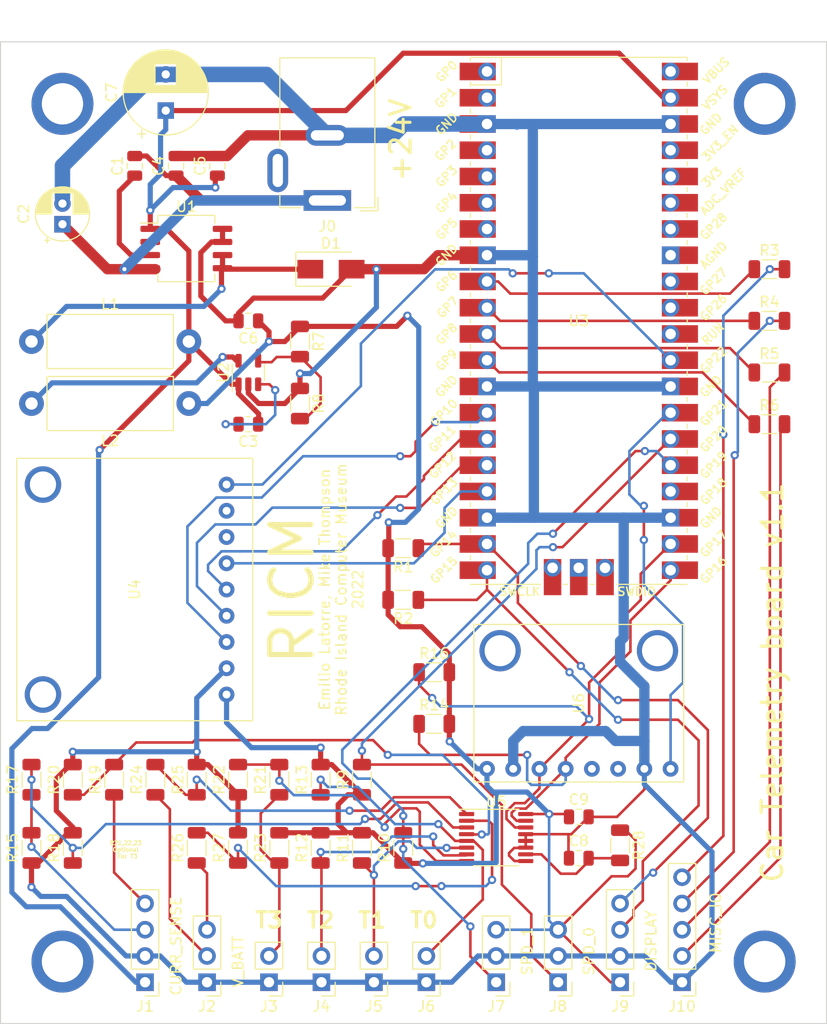
<source format=kicad_pcb>
(kicad_pcb (version 20211014) (generator pcbnew)
  (layers (0 "F.Cu" signal) (31 "B.Cu" signal) (34 "B.Paste" user) (35 "F.Paste" user) (36 "B.SilkS" user "B.Silkscreen") (37 "F.SilkS" user "F.Silkscreen") (38 "B.Mask" user) (39 "F.Mask" user) (44 "Edge.Cuts" user))
  (net 0 "")
  (net 1 "Net-(C1-Pad2)")
  (net 2 "GND")
  (net 3 "I2C_SCL")
  (net 4 "+5V")
  (net 5 "THERM_1")
  (net 6 "THERM_2")
  (net 7 "THERM_0")
  (net 8 "Net-(J3-Pad2)")
  (net 9 "I2C_SDA")
  (net 10 "Net-(R17-Pad2)")
  (net 11 "Net-(R7-Pad2)")
  (net 12 "SPD_0")
  (net 13 "SPD_1")
  (net 14 "Net-(J10-Pad2)")
  (net 15 "+3V3")
  (net 16 "Net-(R19-Pad2)")
  (net 17 "Net-(R24-Pad2)")
  (net 18 "Net-(R3-Pad1)")
  (net 19 "SPI_SCK")
  (net 20 "SPI_TX")
  (net 21 "SPI_RX")
  (net 22 "Net-(C8-Pad2)")
  (net 23 "I2C1_SCL")
  (net 24 "Net-(L2-Pad1)")
  (net 25 "THERM_3")
  (net 26 "SD_DET")
  (net 27 "ACC_INT")
  (net 28 "Net-(R4-Pad1)")
  (net 33 "SD_CS")
  (net 46 "I2C1_SDA")
  (net 47 "Net-(C1-Pad1)")
  (net 48 "Net-(C3-Pad2)")
  (net 52 "Net-(R26-Pad2)")
  (net 58 "Net-(R5-Pad1)")
  (net 59 "Net-(R6-Pad1)")
  (net 60 "Net-(D1-Pad1)")
  (net 61 "Net-(J1-Pad3)")
  (net 62 "Net-(J1-Pad4)")
  (net 63 "Net-(J2-Pad2)")
  (net 64 "Net-(J2-Pad3)")
  (net 65 "Net-(J10-Pad3)")
  (net 66 "Net-(J10-Pad4)")
  (net 67 "Net-(J10-Pad5)")
  (footprint "Resistor_SMD:R_1206_3216Metric" (layer "F.Cu") (at 86.4625 34)
    (fp_text reference "R3")
    (fp_text value "10k")
  )
  (footprint "Resistor_SMD:R_1206_3216Metric" (layer "F.Cu") (at 86.4625 39)
    (fp_text reference "R4")
    (fp_text value "10k")
  )
  (footprint "Resistor_SMD:R_1206_3216Metric" (layer "F.Cu") (at 23 83.4 90)
    (fp_text reference "R19")
    (fp_text value "10k")
  )
  (footprint "Resistor_SMD:R_1206_3216Metric" (layer "F.Cu") (at 19 83.4 90)
    (fp_text reference "R20")
    (fp_text value "10k")
  )
  (footprint "Package_SO:TSSOP-16_4.4x5mm_P0.65mm" (layer "F.Cu") (at 60 89)
    (fp_text reference "U5")
    (fp_text value "ADS7830")
  )
  (footprint "Capacitor_SMD:C_0805_2012Metric" (layer "F.Cu") (at 25 24 90)
    (fp_text reference "C1")
    (fp_text value "10uf")
  )
  (footprint "Resistor_SMD:R_1206_3216Metric" (layer "F.Cu") (at 43 83.4 90)
    (fp_text reference "R13")
    (fp_text value "10k")
  )
  (footprint "Resistor_SMD:R_1206_3216Metric" (layer "F.Cu") (at 86.4625 49)
    (fp_text reference "R6")
    (fp_text value "10k")
  )
  (footprint "Resistor_SMD:R_1206_3216Metric" (layer "F.Cu") (at 47 83.4 90)
    (fp_text reference "R9")
    (fp_text value "10k")
  )
  (footprint "Resistor_SMD:R_1206_3216Metric" (layer "F.Cu") (at 19 90 90)
    (fp_text reference "R18")
    (fp_text value "10k")
  )
  (footprint "Connector_PinHeader_2.54mm:PinHeader_1x02_P2.54mm_Vertical" (layer "F.Cu") (at 38 103 180)
    (fp_text reference "J3")
    (fp_text value "Conn_01x02_Female")
  )
  (footprint "Connector_PinHeader_2.54mm:PinHeader_1x03_P2.54mm_Vertical" (layer "F.Cu") (at 60 103 180)
    (fp_text reference "J7")
    (fp_text value "Conn_01x03_Female")
  )
  (footprint "Module:RPi_Pico_SMD_TH" (layer "F.Cu") (at 68 39)
    (fp_text reference "U3")
    (fp_text value "Pico")
  )
  (footprint "Resistor_SMD:R_1206_3216Metric" (layer "F.Cu") (at 86.4625 44)
    (fp_text reference "R5")
    (fp_text value "10k")
  )
  (footprint "Inductor_THT:L_Axial_L12.0mm_D5.0mm_P15.24mm_Horizontal_Fastron_MISC" (layer "F.Cu") (at 15 41)
    (fp_text reference "L1")
    (fp_text value "47uh")
  )
  (footprint "Capacitor_SMD:C_0805_2012Metric" (layer "F.Cu") (at 68 87)
    (fp_text reference "C9")
    (fp_text value "10uf")
  )
  (footprint "Connector_PinHeader_2.54mm:PinHeader_1x04_P2.54mm_Vertical" (layer "F.Cu") (at 26 103 180)
    (fp_text reference "J1")
    (fp_text value "Conn_01x04_Female")
  )
  (footprint "Resistor_SMD:R_1206_3216Metric" (layer "F.Cu") (at 15 83.4 90)
    (fp_text reference "R17")
    (fp_text value "10k")
  )
  (footprint "Inductor_THT:L_Axial_L12.0mm_D5.0mm_P15.24mm_Horizontal_Fastron_MISC" (layer "F.Cu") (at 15 47)
    (fp_text reference "L2")
    (fp_text value "47uh")
  )
  (footprint "Resistor_SMD:R_1206_3216Metric" (layer "F.Cu") (at 31 83.4 90)
    (fp_text reference "R25")
    (fp_text value "10k")
  )
  (footprint "Connector_PinHeader_2.54mm:PinHeader_1x03_P2.54mm_Vertical" (layer "F.Cu") (at 66 103 180)
    (fp_text reference "J8")
    (fp_text value "Conn_01x03_Female")
  )
  (footprint "Resistor_SMD:R_1206_3216Metric" (layer "F.Cu") (at 51 61 180)
    (fp_text reference "R1")
    (fp_text value "4.7k")
  )
  (footprint "Connector_PinHeader_2.54mm:PinHeader_1x02_P2.54mm_Vertical" (layer "F.Cu") (at 53.24 103 180)
    (fp_text reference "J6")
    (fp_text value "Conn_01x02_Female")
  )
  (footprint "Resistor_SMD:R_1206_3216Metric" (layer "F.Cu") (at 72 89.75 -90)
    (fp_text reference "R28")
    (fp_text value "10k")
  )
  (footprint "Resistor_SMD:R_1206_3216Metric" (layer "F.Cu") (at 15 90 90)
    (fp_text reference "R15")
    (fp_text value "10k")
  )
  (footprint "Connector_PinHeader_2.54mm:PinHeader_1x05_P2.54mm_Vertical" (layer "F.Cu") (at 78 103 180)
    (fp_text reference "J10")
    (fp_text value "Conn_01x05_Female")
  )
  (footprint "Capacitor_THT:CP_Radial_D5.0mm_P2.00mm" (layer "F.Cu") (at 18 29.652651 90)
    (fp_text reference "C2")
    (fp_text value "47uf")
  )
  (footprint "Resistor_SMD:R_1206_3216Metric" (layer "F.Cu") (at 31 90 90)
    (fp_text reference "R26")
    (fp_text value "68k")
  )
  (footprint "Resistor_SMD:R_1206_3216Metric" (layer "F.Cu") (at 47 90 90)
    (fp_text reference "R11")
    (fp_text value "10k")
  )
  (footprint "Connector_PinHeader_2.54mm:PinHeader_1x02_P2.54mm_Vertical" (layer "F.Cu") (at 48.16 103 180)
    (fp_text reference "J5")
    (fp_text value "Conn_01x02_Female")
  )
  (footprint "Resistor_SMD:R_1206_3216Metric" (layer "F.Cu") (at 43 90 90)
    (fp_text reference "R12")
    (fp_text value "10k")
  )
  (footprint "Connector_PinHeader_2.54mm:PinHeader_1x03_P2.54mm_Vertical" (layer "F.Cu") (at 32 103 180)
    (fp_text reference "J2")
    (fp_text value "Conn_01x02_Female")
  )
  (footprint "Capacitor_SMD:C_0805_2012Metric" (layer "F.Cu") (at 33 24 90)
    (fp_text reference "C5")
    (fp_text value "10uf")
  )
  (footprint "Capacitor_SMD:C_0805_2012Metric" (layer "F.Cu") (at 29 24 90)
    (fp_text reference "C4")
    (fp_text value "10uf")
  )
  (footprint "Resistor_SMD:R_1206_3216Metric" (layer "F.Cu") (at 51 90 90)
    (fp_text reference "R10")
    (fp_text value "10k")
  )
  (footprint "Connector_PinHeader_2.54mm:PinHeader_1x04_P2.54mm_Vertical" (layer "F.Cu") (at 72 103 180)
    (fp_text reference "J9")
    (fp_text value "Conn_01x04_Female")
  )
  (footprint "Package_SO:SO-8_5.3x6.2mm_P1.27mm" (layer "F.Cu") (at 30 32)
    (fp_text reference "U1")
    (fp_text value "XL2001E1")
  )
  (footprint "Capacitor_SMD:C_0805_2012Metric" (layer "F.Cu") (at 36 49 180)
    (fp_text reference "C3")
    (fp_text value "10uf")
  )
  (footprint "Package_TO_SOT_SMD:SOT-23-5" (layer "F.Cu") (at 36 44 90)
    (fp_text reference "U2")
    (fp_text value "MT92165")
  )
  (footprint "Connector_BarrelJack:BarrelJack_GCT_DCJ200-10-A_Horizontal" (layer "F.Cu") (at 43.65 27.35 180)
    (fp_text reference "J0")
    (fp_text value "Jack-DC")
  )
  (footprint "Diode_SMD:D_SMA" (layer "F.Cu") (at 44 34)
    (fp_text reference "D1")
    (fp_text value "D_Schottky")
  )
  (footprint "Resistor_SMD:R_1206_3216Metric" (layer "F.Cu") (at 41 47 -90)
    (fp_text reference "R8")
    (fp_text value "10k")
  )
  (footprint "Resistor_SMD:R_1206_3216Metric" (layer "F.Cu") (at 35 90 90)
    (fp_text reference "R27")
    (fp_text value "10k")
  )
  (footprint "Module:MPU_6050_module" (layer "F.Cu") (at 68 76 90)
    (fp_text reference "U6")
    (fp_text value "MPU_6050_module")
  )
  (footprint "Resistor_SMD:R_1206_3216Metric" (layer "F.Cu") (at 54 73)
    (fp_text reference "R16")
    (fp_text value "4.7k")
  )
  (footprint "Module:Adafruit_MicroSD_breakout" (layer "F.Cu") (at 25 65 90)
    (fp_text reference "U4")
    (fp_text value "Adafruit_MicroSD_SPI_SDIO")
  )
  (footprint "Resistor_SMD:R_1206_3216Metric" (layer "F.Cu") (at 51 66 180)
    (fp_text reference "R2")
    (fp_text value "4.7k")
  )
  (footprint "Connector_PinHeader_2.54mm:PinHeader_1x02_P2.54mm_Vertical" (layer "F.Cu") (at 43.08 103 180)
    (fp_text reference "J4")
    (fp_text value "Conn_01x02_Female")
  )
  (footprint "Resistor_SMD:R_1206_3216Metric" (layer "F.Cu") (at 27 83.4 90)
    (fp_text reference "R24")
    (fp_text value "30k")
  )
  (footprint "Resistor_SMD:R_1206_3216Metric" (layer "F.Cu") (at 39 90 90)
    (fp_text reference "R23")
    (fp_text value "10k")
  )
  (footprint "Resistor_SMD:R_1206_3216Metric" (layer "F.Cu") (at 54 78)
    (fp_text reference "R14")
    (fp_text value "4.7k")
  )
  (footprint "Capacitor_SMD:C_0805_2012Metric" (layer "F.Cu") (at 36 39 180)
    (fp_text reference "C6")
    (fp_text value "10uf")
  )
  (footprint "Capacitor_THT:CP_Radial_D8.0mm_P3.50mm" (layer "F.Cu") (at 28 18.652651 90)
    (fp_text reference "C7")
    (fp_text value "100uf")
  )
  (footprint "Capacitor_SMD:C_0805_2012Metric" (layer "F.Cu") (at 68 91)
    (fp_text reference "C8")
    (fp_text value "0.1uf")
  )
  (footprint "Resistor_SMD:R_1206_3216Metric" (layer "F.Cu") (at 39 83.4 90)
    (fp_text reference "R21")
    (fp_text value "10k")
  )
  (footprint "Resistor_SMD:R_1206_3216Metric" (layer "F.Cu") (at 35 83.4 90)
    (fp_text reference "R22")
    (fp_text value "10k")
  )
  (footprint "Resistor_SMD:R_1206_3216Metric" (layer "F.Cu") (at 41 41 -90)
    (fp_text reference "R7")
    (fp_text value "47k")
  )
  (gr_rect (start 12 12) (end 92 107) (layer "Edge.Cuts") (width 0.1) (fill none))
  (gr_text "DISPLAY" (at 75 99 90) (layer "F.SilkS") (effects (font (size 1 1))))
  (gr_text "T0" (at 53 97) (layer "F.SilkS") (effects (font (size 1.5 1.5) (thickness 0.3))))
  (gr_text "Car Telemetry board v1.1" (at 86.75 74 90) (layer "F.SilkS") (effects (font (size 2 2) (thickness 0.3))))
  (gr_text "V_BATT" (at 35 101 90) (layer "F.SilkS") (effects (font (size 1 1))))
  (gr_text "Emilio Latorre, Mike Thompson\nRhode Island Computer Museum\n2022" (at 45 65 90) (layer "F.SilkS") (effects (font (size 1 1))))
  (gr_text "+24V" (at 50.75 21.5 90) (layer "F.SilkS") (effects (font (size 2 2) (thickness 0.3))))
  (gr_text "T3\n" (at 38 97) (layer "F.SilkS") (effects (font (size 1.5 1.5) (thickness 0.3))))
  (gr_text "RICM" (at 40.25 65 90) (layer "F.SilkS") (effects (font (size 4 4) (thickness 0.5))))
  (gr_text "R21,22,23\nOptional\n For T3" (at 24.13 90.17) (layer "F.SilkS") (effects (font (size 0.4 0.4) (thickness 0.1))))
  (gr_text "T1\n" (at 48 97) (layer "F.SilkS") (effects (font (size 1.5 1.5) (thickness 0.3))))
  (gr_text "SPD_0" (at 69 100 90) (layer "F.SilkS") (effects (font (size 1 1))))
  (gr_text "MISC_IO" (at 81.25 97.25 90) (layer "F.SilkS") (effects (font (size 1 1))))
  (gr_text "SPD_1" (at 63 100 90) (layer "F.SilkS") (effects (font (size 1 1))))
  (gr_text "CURR_SENSE" (at 29 99.5 90) (layer "F.SilkS") (effects (font (size 1 1))))
  (gr_text "T2\n" (at 43 97) (layer "F.SilkS") (effects (font (size 1.5 1.5) (thickness 0.3))))
  (via (at 86 18) (size 6) (drill 4) (layers "F.Cu" "B.Cu") (net 0))
  (via (at 86 101) (size 6) (drill 4) (layers "F.Cu" "B.Cu") (net 0))
  (via (at 18 18) (size 6) (drill 4) (layers "F.Cu" "B.Cu") (net 0))
  (via (at 18 101) (size 6) (drill 4) (layers "F.Cu" "B.Cu") (net 0))
  (segment (start 24 34) (end 27 34) (width 1) (layer "F.Cu") (net 1))
  (segment (start 31.4 27.35) (end 29 24.95) (width 1) (layer "F.Cu") (net 1))
  (segment (start 43.65 27.35) (end 31.4 27.35) (width 1) (layer "F.Cu") (net 1))
  (segment (start 22.347349 34) (end 24 34) (width 1) (layer "F.Cu") (net 1))
  (segment (start 25 23.05) (end 26.15 23.05) (width 0.5) (layer "F.Cu") (net 1))
  (segment (start 18 29.652651) (end 22.347349 34) (width 1) (layer "F.Cu") (net 1))
  (segment (start 28.05 24.95) (end 29 24.95) (width 0.5) (layer "F.Cu") (net 1))
  (segment (start 26.15 23.05) (end 28.05 24.95) (width 0.5) (layer "F.Cu") (net 1))
  (via (at 24 34) (size 0.8) (drill 0.4) (layers "F.Cu" "B.Cu") (net 1))
  (segment (start 24 34) (end 30.65 27.35) (width 1) (layer "B.Cu") (net 1))
  (segment (start 30.65 27.35) (end 43.65 27.35) (width 1) (layer "B.Cu") (net 1))
  (segment (start 62.8625 91.275) (end 61.775 91.275) (width 0.25) (layer "F.Cu") (net 2))
  (segment (start 19 81.9375) (end 19 80.7) (width 0.5) (layer "F.Cu") (net 2))
  (segment (start 17.4 83.3) (end 18.7625 81.9375) (width 0.5) (layer "F.Cu") (net 2))
  (segment (start 35.05 38.25) (end 35.05 39) (width 0.5) (layer "F.Cu") (net 2))
  (segment (start 67.275 88.675) (end 68.95 87) (width 0.25) (layer "F.Cu") (net 2))
  (segment (start 43.2 36.8) (end 36.5 36.8) (width 0.5) (layer "F.Cu") (net 2))
  (segment (start 31 80.7) (end 31 81.9375) (width 0.5) (layer "F.Cu") (net 2))
  (segment (start 36.5 36.8) (end 35.05 38.25) (width 0.5) (layer "F.Cu") (net 2))
  (segment (start 53 34) (end 54.35 32.65) (width 1) (layer "F.Cu") (net 2))
  (segment (start 33.5 30.095) (end 33.5 31.365) (width 0.5) (layer "F.Cu") (net 2))
  (segment (start 48.4 34) (end 53 34) (width 1) (layer "F.Cu") (net 2))
  (segment (start 36 45.1375) (end 36 46) (width 0.5) (layer "F.Cu") (net 2))
  (segment (start 61.75 90) (end 63 90) (width 0.25) (layer "F.Cu") (net 2))
  (segment (start 71.7 87) (end 74.35 84.35) (width 0.25) (layer "F.Cu") (net 2))
  (segment (start 35 84.8625) (end 35 88.5375) (width 0.5) (layer "F.Cu") (net 2))
  (segment (start 19 88) (end 17.4 86.4) (width 0.5) (layer "F.Cu") (net 2))
  (segment (start 41 45.5375) (end 41 44.1) (width 0.5) (layer "F.Cu") (net 2))
  (segment (start 61.25 90.75) (end 61.25 90.5) (width 0.25) (layer "F.Cu") (net 2))
  (segment (start 46 34) (end 48.4 34) (width 1) (layer "F.Cu") (net 2))
  (segment (start 33.8 39) (end 35.05 39) (width 0.5) (layer "F.Cu") (net 2))
  (segment (start 61.25 90.5) (end 61.75 90) (width 0.25) (layer "F.Cu") (net 2))
  (segment (start 54.35 32.65) (end 59.11 32.65) (width 1) (layer "F.Cu") (net 2))
  (segment (start 31.4 36.6) (end 33.8 39) (width 0.5) (layer "F.Cu") (net 2))
  (segment (start 66.675 90.625) (end 67.05 91) (width 0.25) (layer "F.Cu") (net 2))
  (segment (start 31 81.9375) (end 32.075 81.9375) (width 0.5) (layer "F.Cu") (net 2))
  (segment (start 17.4 86.4) (end 17.4 83.3) (width 0.5) (layer "F.Cu") (net 2))
  (segment (start 62.8625 88.675) (end 66.925 88.675) (width 0.25) (layer "F.Cu") (net 2))
  (segment (start 32.435 31.365) (end 31.4 32.4) (width 0.5) (layer "F.Cu") (net 2))
  (segment (start 33 23.05) (end 33.95 23.05) (width 1) (layer "F.Cu") (net 2))
  (segment (start 31.4 32.4) (end 31.4 36.6) (width 0.5) (layer "F.Cu") (net 2))
  (segment (start 74.35 84.35) (end 74.35 82.35) (width 0.25) (layer "F.Cu") (net 2))
  (segment (start 32.075 81.9375) (end 35 84.8625) (width 0.5) (layer "F.Cu") (net 2))
  (segment (start 33 23.05) (end 29 23.05) (width 1) (layer "F.Cu") (net 2))
  (segment (start 66.925 88.675) (end 67 88.75) (width 0.25) (layer "F.Cu") (net 2))
  (segment (start 36 46) (end 37 47) (width 0.5) (layer "F.Cu") (net 2))
  (segment (start 18.5625 88.5375) (end 19 88.5375) (width 0.5) (layer "F.Cu") (net 2))
  (segment (start 46 34) (end 43.2 36.8) (width 0.5) (layer "F.Cu") (net 2))
  (segment (start 19 88.5375) (end 19 88) (width 0.5) (layer "F.Cu") (net 2))
  (segment (start 68.95 87) (end 71.7 87) (width 0.25) (layer "F.Cu") (net 2))
  (segment (start 15 91.4625) (end 15.6375 91.4625) (width 0.5) (layer "F.Cu") (net 2))
  (segment (start 39.5375 47) (end 41 45.5375) (width 0.5) (layer "F.Cu") (net 2))
  (segment (start 67 88.75) (end 67 90.75) (width 0.25) (layer "F.Cu") (net 2))
  (segment (start 37 47) (end 39.5375 47) (width 0.5) (layer "F.Cu") (net 2))
  (segment (start 33.95 23.05) (end 35.95 21.05) (width 1) (layer "F.Cu") (net 2))
  (segment (start 15.6375 91.4625) (end 18.5625 88.5375) (width 0.5) (layer "F.Cu") (net 2))
  (segment (start 66.925 88.675) (end 67.275 88.675) (width 0.25) (layer "F.Cu") (net 2))
  (segment (start 62.8625 89.325) (end 62.8625 89.975) (width 0.25) (layer "F.Cu") (net 2))
  (segment (start 33.5 31.365) (end 32.435 31.365) (width 0.5) (layer "F.Cu") (net 2))
  (segment (start 62.8625 88.675) (end 62.8625 89.325) (width 0.25) (layer "F.Cu") (net 2))
  (segment (start 18.7625 81.9375) (end 19 81.9375) (width 0.5) (layer "F.Cu") (net 2))
  (segment (start 61.775 91.275) (end 61.25 90.75) (width 0.25) (layer "F.Cu") (net 2))
  (segment (start 15 93.8) (end 15 91.4625) (width 0.5) (layer "F.Cu") (net 2))
  (segment (start 35.95 21.05) (end 43.65 21.05) (width 1) (layer "F.Cu") (net 2))
  (via (at 19 80.7) (size 0.8) (drill 0.4) (layers "F.Cu" "B.Cu") (net 2))
  (via (at 31 80.7) (size 0.8) (drill 0.4) (layers "F.Cu" "B.Cu") (net 2))
  (via (at 15 93.8) (size 0.8) (drill 0.4) (layers "F.Cu" "B.Cu") (net 2))
  (via (at 41 44.1) (size 0.8) (drill 0.4) (layers "F.Cu" "B.Cu") (net 2))
  (via (at 48.4 34) (size 0.8) (drill 0.4) (layers "F.Cu" "B.Cu") (net 2))
  (segment (start 60 100.46) (end 58.24 100.46) (width 0.5) (layer "B.Cu") (net 2))
  (segment (start 63.55 32.75) (end 63.55 45.25) (width 1) (layer "B.Cu") (net 2))
  (segment (start 74.36 100.46) (end 72 100.46) (width 0.5) (layer "B.Cu") (net 2))
  (segment (start 16.9 94.7) (end 15.9 94.7) (width 0.5) (layer "B.Cu") (net 2))
  (segment (start 26.847349 15.152651) (end 28 15.152651) (width 1.5) (layer "B.Cu") (net 2))
  (segment (start 73.95 58.05) (end 76.89 58.05) (width 1) (layer "B.Cu") (net 2))
  (segment (start 61.65 82.35) (end 61.65 79.65) (width 1) (layer "B.Cu") (net 2))
  (segment (start 60 100.46) (end 66 100.46) (width 0.5) (layer "B.Cu") (net 2))
  (segment (start 74.35 83.85) (end 80.9 90.4) (width 0.5) (layer "B.Cu") (net 2))
  (segment (start 62.05 58.05) (end 63.65 58.05) (width 1) (layer "B.Cu") (net 2))
  (segment (start 62 20) (end 62.05 19.95) (width 1) (layer "B.Cu") (net 2))
  (segment (start 43.08 103) (end 48.16 103) (width 0.5) (layer "B.Cu") (net 2))
  (segment (start 71.55 79.65) (end 74.35 79.65) (width 1) (layer "B.Cu") (net 2))
  (segment (start 63.65 45.35) (end 63.65 58.05) (width 1) (layer "B.Cu") (net 2))
  (segment (start 21.2 97.5) (end 18.4 94.7) (width 0.5) (layer "B.Cu") (net 2))
  (segment (start 59.11 45.35) (end 62.35 45.35) (width 1) (layer "B.Cu") (net 2))
  (segment (start 37.752651 15.152651) (end 43.65 21.05) (width 1.5) (layer "B.Cu") (net 2))
  (segment (start 59.11 58.05) (end 60.95 58.05) (width 1) (layer "B.Cu") (net 2))
  (segment (start 28 15.152651) (end 37.752651 15.152651) (width 1.5) (layer "B.Cu") (net 2))
  (segment (start 62 20) (end 61.95 19.95) (width 1) (layer "B.Cu") (net 2))
  (segment (start 19 80.7) (end 31 80.7) (width 0.5) (layer "B.Cu") (net 2))
  (segment (start 74.35 79.65) (end 74.35 82.35) (width 1) (layer "B.Cu") (net 2))
  (segment (start 72.35 58.05) (end 73.95 58.05) (width 1) (layer "B.Cu") (net 2))
  (segment (start 48.4 37.7) (end 48.4 34) (width 0.5) (layer "B.Cu") (net 2))
  (segment (start 18 26.152651) (end 18 24) (width 1.5) (layer "B.Cu") (net 2))
  (segment (start 61.65 79.65) (end 62.600489 78.699511) (width 1) (layer "B.Cu") (net 2))
  (segment (start 43.65 21.05) (end 49.95 21.05) (width 1.5) (layer "B.Cu") (net 2))
  (segment (start 30 103) (end 32 103) (width 0.5) (layer "B.Cu") (net 2))
  (segment (start 63.55 19.95) (end 63.55 32.75) (width 1) (layer "B.Cu") (net 2))
  (segment (start 80.9 90.4) (end 80.9 100.1) (width 0.5) (layer "B.Cu") (net 2))
  (segment (start 80.9 100.1) (end 78 103) (width 0.5) (layer "B.Cu") (net 2))
  (segment (start 27.46 100.46) (end 30 103) (width 0.5) (layer "B.Cu") (net 2))
  (segment (start 18 24) (end 26.847349 15.152651) (width 1.5) (layer "B.Cu") (net 2))
  (segment (start 63.55 45.25) (end 63.65 45.35) (width 1) (layer "B.Cu") (net 2))
  (segment (start 62.05 19.95) (end 63.55 19.95) (width 1) (layer "B.Cu") (net 2))
  (segment (start 72.35 69.65) (end 72 70) (width 1) (layer "B.Cu") (net 2))
  (segment (start 72 70) (end 72 72) (width 1) (layer "B.Cu") (net 2))
  (segment (start 70.599511 78.699511) (end 71.55 79.65) (width 1) (layer "B.Cu") (net 2))
  (segment (start 66 100.46) (end 72 100.46) (width 0.5) (layer "B.Cu") (net 2))
  (segment (start 76.9 103) (end 74.36 100.46) (width 0.5) (layer "B.Cu") (net 2))
  (segment (start 32 103) (end 38 103) (width 0.5) (layer "B.Cu") (net 2))
  (segment (start 31 75.51) (end 33.89 72.62) (width 0.5) (layer "B.Cu") (net 2))
  (segment (start 49.95 21.05) (end 51.05 19.95) (width 1.5) (layer "B.Cu") (net 2))
  (segment (start 63.65 45.35) (end 76.89 45.35) (width 1) (layer "B.Cu") (net 2))
  (segment (start 26 100.46) (end 27.46 100.46) (width 0.5) (layer "B.Cu") (net 2))
  (segment (start 42 44.1) (end 48.4 37.7) (width 0.5) (layer "B.Cu") (net 2))
  (segment (start 58.24 100.46) (end 55.7 103) (width 0.5) (layer "B.Cu") (net 2))
  (segment (start 60.95 58.05) (end 62.05 58.05) (width 1) (layer "B.Cu") (net 2))
  (segment (start 18.4 94.7) (end 16.9 94.7) (width 0.5) (layer "B.Cu") (net 2))
  (segment (start 51.05 19.95) (end 59.11 19.95) (width 1.5) (layer "B.Cu") (net 2))
  (segment (start 63.45 32.65) (end 63.55 32.75) (width 1) (layer "B.Cu") (net 2))
  (segment (start 62.600489 78.699511) (end 70.599511 78.699511) (width 1) (layer "B.Cu") (net 2))
  (segment (start 63.65 58.05) (end 72.35 58.05) (width 1) (layer "B.Cu") (net 2))
  (segment (start 18 26.152651) (end 18 27.085) (width 1.5) (layer "B.Cu") (net 2))
  (segment (start 41 44.1) (end 42 44.1) (width 0.5) (layer "B.Cu") (net 2))
  (segment (start 15.9 94.7) (end 15 93.8) (width 0.5) (layer "B.Cu") (net 2))
  (segment (start 26 100.46) (end 24.16 100.46) (width 0.5) (layer "B.Cu") (net 2))
  (segment (start 59.11 32.65) (end 63.45 32.65) (width 1) (layer "B.Cu") (net 2))
  (segment (start 78 103) (end 76.9 103) (width 0.5) (layer "B.Cu") (net 2))
  (segment (start 61.95 19.95) (end 59.11 19.95) (width 1) (layer "B.Cu") (net 2))
  (segment (start 31 80.7) (end 31 75.51) (width 0.5) (layer "B.Cu") (net 2))
  (segment (start 53.24 103) (end 48.16 103) (width 0.5) (layer "B.Cu") (net 2))
  (segment (start 74.35 82.35) (end 74.35 83.85) (width 0.5) (layer "B.Cu") (net 2))
  (segment (start 72 72) (end 74.35 74.35) (width 1) (layer "B.Cu") (net 2))
  (segment (start 24.16 100.46) (end 21.2 97.5) (width 0.5) (layer "B.Cu") (net 2))
  (segment (start 63.55 19.95) (end 76.89 19.95) (width 1) (layer "B.Cu") (net 2))
  (segment (start 62.35 45.35) (end 63.65 45.35) (width 1) (layer "B.Cu") (net 2))
  (segment (start 72.35 58.05) (end 72.35 69.65) (width 1) (layer "B.Cu") (net 2))
  (segment (start 38 103) (end 43.08 103) (width 0.5) (layer "B.Cu") (net 2))
  (segment (start 74.35 74.35) (end 74.35 79.65) (width 1) (layer "B.Cu") (net 2))
  (segment (start 55.7 103) (end 53.24 103) (width 0.5) (layer "B.Cu") (net 2))
  (segment (start 72 68) (end 74 66) (width 0.25) (layer "F.Cu") (net 3))
  (segment (start 61 87.2) (end 61.825 88.025) (width 0.25) (layer "F.Cu") (net 3))
  (segment (start 69 74) (end 72 71) (width 0.25) (layer "F.Cu") (net 3))
  (segment (start 64.19 84.254282) (end 62.772141 85.672141) (width 0.25) (layer "F.Cu") (net 3))
  (segment (start 62.772141 85.672141) (end 61.792141 85.672141) (width 0.25) (layer "F.Cu") (net 3))
  (segment (start 74 63.48) (end 76.89 60.59) (width 0.25) (layer "F.Cu") (net 3))
  (segment (start 69 77.54) (end 69 74) (width 0.25) (layer "F.Cu") (net 3))
  (segment (start 72 71) (end 72 68) (width 0.25) (layer "F.Cu") (net 3))
  (segment (start 64.19 82.35) (end 64.19 84.254282) (width 0.25) (layer "F.Cu") (net 3))
  (segment (start 52.5375 73) (end 52.5375 74.2375) (width 0.25) (layer "F.Cu") (net 3))
  (segment (start 64.19 82.35) (end 69 77.54) (width 0.25) (layer "F.Cu") (net 3))
  (segment (start 61.792141 85.672141) (end 61 86.464283) (width 0.25) (layer "F.Cu") (net 3))
  (segment (start 74 66) (end 74 63.48) (width 0.25) (layer "F.Cu") (net 3))
  (segment (start 52.5375 74.2375) (end 53.8 75.5) (width 0.25) (layer "F.Cu") (net 3))
  (segment (start 61.825 88.025) (end 62.8625 88.025) (width 0.25) (layer "F.Cu") (net 3))
  (segment (start 61 86.464283) (end 61 87.2) (width 0.25) (layer "F.Cu") (net 3))
  (via (at 69 77.54) (size 0.8) (drill 0.4) (layers "F.Cu" "B.Cu") (net 3))
  (via (at 53.8 75.5) (size 0.8) (drill 0.4) (layers "F.Cu" "B.Cu") (net 3))
  (segment (start 54.6 76.3) (end 67.76 76.3) (width 0.25) (layer "B.Cu") (net 3))
  (segment (start 53.8 75.5) (end 54.6 76.3) (width 0.25) (layer "B.Cu") (net 3))
  (segment (start 67.76 76.3) (end 69 77.54) (width 0.25) (layer "B.Cu") (net 3))
  (segment (start 35.05 45.1375) (end 35.05 46.05) (width 0.5) (layer "F.Cu") (net 4))
  (segment (start 30.24 32.24) (end 30.24 41) (width 0.5) (layer "F.Cu") (net 4))
  (segment (start 32.8 26.1) (end 32.8 25.15) (width 0.5) (layer "F.Cu") (net 4))
  (segment (start 30.24 41) (end 34.3775 45.1375) (width 0.5) (layer "F.Cu") (net 4))
  (segment (start 37 48.95) (end 36.95 49) (width 0.5) (layer "F.Cu") (net 4))
  (segment (start 30.24 42.86) (end 30.24 41) (width 0.5) (layer "F.Cu") (net 4))
  (segment (start 51 13.1) (end 71.9 13.1) (width 0.5) (layer "F.Cu") (net 4))
  (segment (start 32.8 25.15) (end 33 24.95) (width 0.5) (layer "F.Cu") (net 4))
  (segment (start 28 18.652651) (end 45.447349 18.652651) (width 0.5) (layer "F.Cu") (net 4))
  (segment (start 76.21 17.41) (end 76.89 17.41) (width 0.5) (layer "F.Cu") (net 4))
  (segment (start 45.447349 18.652651) (end 51 13.1) (width 0.5) (layer "F.Cu") (net 4))
  (segment (start 21.6 51.5) (end 30.24 42.86) (width 0.5) (layer "F.Cu") (net 4))
  (segment (start 71.9 13.1) (end 76.21 17.41) (width 0.5) (layer "F.Cu") (net 4))
  (segment (start 34.3775 45.1375) (end 35.05 45.1375) (width 0.5) (layer "F.Cu") (net 4))
  (segment (start 26.5 30.095) (end 28.095 30.095) (width 0.5) (layer "F.Cu") (net 4))
  (segment (start 28.095 30.095) (end 30.24 32.24) (width 0.5) (layer "F.Cu") (net 4))
  (segment (start 35.05 46.05) (end 37 48) (width 0.5) (layer "F.Cu") (net 4))
  (segment (start 26.5 30.095) (end 26.5 28.3) (width 0.5) (layer "F.Cu") (net 4))
  (segment (start 37 48) (end 37 48.95) (width 0.5) (layer "F.Cu") (net 4))
  (via (at 21.6 51.5) (size 0.8) (drill 0.4) (layers "F.Cu" "B.Cu") (net 4))
  (via (at 32.8 26.1) (size 0.8) (drill 0.4) (layers "F.Cu" "B.Cu") (net 4))
  (via (at 26.5 28.3) (size 0.8) (drill 0.4) (layers "F.Cu" "B.Cu") (net 4))
  (segment (start 26 103) (end 25.1 103) (width 0.5) (layer "B.Cu") (net 4))
  (segment (start 26.5 25.8) (end 27.5 24.8) (width 0.5) (layer "B.Cu") (net 4))
  (segment (start 25.1 103) (end 17.8 95.7) (width 0.5) (layer "B.Cu") (net 4))
  (segment (start 28.7 26.1) (end 32.8 26.1) (width 0.5) (layer "B.Cu") (net 4))
  (segment (start 28 20.5) (end 28 18.652651) (width 0.5) (layer "B.Cu") (net 4))
  (segment (start 27.5 21) (end 28 20.5) (width 0.5) (layer "B.Cu") (net 4))
  (segment (start 26.5 28.3) (end 28.7 26.1) (width 0.5) (layer "B.Cu") (net 4))
  (segment (start 17.8 95.7) (end 14.5 95.7) (width 0.5) (layer "B.Cu") (net 4))
  (segment (start 26.5 28.3) (end 26.5 25.8) (width 0.5) (layer "B.Cu") (net 4))
  (segment (start 13.1 94.3) (end 13.1 80.4) (width 0.5) (layer "B.Cu") (net 4))
  (segment (start 27.5 24.8) (end 27.5 21) (width 0.5) (layer "B.Cu") (net 4))
  (segment (start 21.5 51.6) (end 21.6 51.5) (width 0.5) (layer "B.Cu") (net 4))
  (segment (start 15.05 78.45) (end 16.55 78.45) (width 0.5) (layer "B.Cu") (net 4))
  (segment (start 13.1 80.4) (end 15.05 78.45) (width 0.5) (layer "B.Cu") (net 4))
  (segment (start 21.5 73.5) (end 21.5 51.6) (width 0.5) (layer "B.Cu") (net 4))
  (segment (start 14.5 95.7) (end 13.1 94.3) (width 0.5) (layer "B.Cu") (net 4))
  (segment (start 16.55 78.45) (end 21.5 73.5) (width 0.5) (layer "B.Cu") (net 4))
  (segment (start 48.16 100.46) (end 48.16 92.6225) (width 0.25) (layer "F.Cu") (net 5))
  (segment (start 48.16 92.6225) (end 47 91.4625) (width 0.25) (layer "F.Cu") (net 5))
  (segment (start 57.1125 90) (end 57.1375 89.975) (width 0.25) (layer "F.Cu") (net 5))
  (segment (start 55.2 90) (end 57.1125 90) (width 0.25) (layer "F.Cu") (net 5))
  (via (at 48.16 92.6225) (size 0.8) (drill 0.4) (layers "F.Cu" "B.Cu") (net 5))
  (via (at 55.2 90) (size 0.8) (drill 0.4) (layers "F.Cu" "B.Cu") (net 5))
  (segment (start 52.3 90) (end 55.2 90) (width 0.25) (layer "B.Cu") (net 5))
  (segment (start 48.16 91.74) (end 50.524511 89.375489) (width 0.25) (layer "B.Cu") (net 5))
  (segment (start 50.524511 89.375489) (end 51.675489 89.375489) (width 0.25) (layer "B.Cu") (net 5))
  (segment (start 48.16 92.6225) (end 48.16 91.74) (width 0.25) (layer "B.Cu") (net 5))
  (segment (start 51.675489 89.375489) (end 52.3 90) (width 0.25) (layer "B.Cu") (net 5))
  (segment (start 53.9 89.724614) (end 54.899897 90.724511) (width 0.25) (layer "F.Cu") (net 6))
  (segment (start 43.08 100.46) (end 43.08 91.5425) (width 0.25) (layer "F.Cu") (net 6))
  (segment (start 43 91.4625) (end 43 90.4) (width 0.25) (layer "F.Cu") (net 6))
  (segment (start 43.08 91.5425) (end 43 91.4625) (width 0.25) (layer "F.Cu") (net 6))
  (segment (start 54.899897 90.724511) (end 57.037989 90.724511) (width 0.25) (layer "F.Cu") (net 6))
  (segment (start 53.9 88.9) (end 53.9 89.724614) (width 0.25) (layer "F.Cu") (net 6))
  (segment (start 57.037989 90.724511) (end 57.1375 90.625) (width 0.25) (layer "F.Cu") (net 6))
  (via (at 53.9 88.9) (size 0.8) (drill 0.4) (layers "F.Cu" "B.Cu") (net 6))
  (via (at 43 90.4) (size 0.8) (drill 0.4) (layers "F.Cu" "B.Cu") (net 6))
  (segment (start 43 90.4) (end 48.4 90.4) (width 0.25) (layer "B.Cu") (net 6))
  (segment (start 49.9 88.9) (end 53.9 88.9) (width 0.25) (layer "B.Cu") (net 6))
  (segment (start 48.4 90.4) (end 49.9 88.9) (width 0.25) (layer "B.Cu") (net 6))
  (segment (start 53.24 100.46) (end 58.7 95) (width 0.25) (layer "F.Cu") (net 7))
  (segment (start 57.825361 89.325) (end 57.1375 89.325) (width 0.25) (layer "F.Cu") (net 7))
  (segment (start 56.025 89.325) (end 57.1375 89.325) (width 0.25) (layer "F.Cu") (net 7))
  (segment (start 58.7 90.199639) (end 57.825361 89.325) (width 0.25) (layer "F.Cu") (net 7))
  (segment (start 58.7 95) (end 58.7 90.199639) (width 0.25) (layer "F.Cu") (net 7))
  (segment (start 54.4 87.7) (end 56.025 89.325) (width 0.25) (layer "F.Cu") (net 7))
  (segment (start 43 84.8625) (end 43 83.4) (width 0.25) (layer "F.Cu") (net 7))
  (via (at 43 83.4) (size 0.8) (drill 0.4) (layers "F.Cu" "B.Cu") (net 7))
  (via (at 54.4 87.7) (size 0.8) (drill 0.4) (layers "F.Cu" "B.Cu") (net 7))
  (segment (start 50.2 87.7) (end 54.4 87.7) (width 0.25) (layer "B.Cu") (net 7))
  (segment (start 43 83.4) (end 43.7 84.1) (width 0.25) (layer "B.Cu") (net 7))
  (segment (start 46.6 84.1) (end 50.2 87.7) (width 0.25) (layer "B.Cu") (net 7))
  (segment (start 43.7 84.1) (end 46.6 84.1) (width 0.25) (layer "B.Cu") (net 7))
  (segment (start 38 100.46) (end 39 99.46) (width 0.25) (layer "F.Cu") (net 8))
  (segment (start 37.2 86.6625) (end 39 84.8625) (width 0.25) (layer "F.Cu") (net 8))
  (segment (start 39 99.46) (end 39 91.4625) (width 0.25) (layer "F.Cu") (net 8))
  (segment (start 37.2 90.2) (end 37.2 86.6625) (width 0.25) (layer "F.Cu") (net 8))
  (segment (start 38.4625 91.4625) (end 37.2 90.2) (width 0.25) (layer "F.Cu") (net 8))
  (segment (start 39 91.4625) (end 38.4625 91.4625) (width 0.25) (layer "F.Cu") (net 8))
  (segment (start 52.5375 78) (end 52.5375 79.9375) (width 0.25) (layer "F.Cu") (net 9))
  (segment (start 70 74) (end 73 71) (width 0.25) (layer "F.Cu") (net 9))
  (segment (start 62.88 86.2) (end 66.73 82.35) (width 0.25) (layer "F.Cu") (net 9))
  (segment (start 70 78) (end 70 74) (width 0.25) (layer "F.Cu") (net 9))
  (segment (start 61.5 86.6) (end 61.9 86.2) (width 0.25) (layer "F.Cu") (net 9))
  (segment (start 61.975 87.375) (end 61.5 86.9) (width 0.25) (layer "F.Cu") (net 9))
  (segment (start 66.73 82.35) (end 66.73 81.27) (width 0.25) (layer "F.Cu") (net 9))
  (segment (start 66.73 81.27) (end 70 78) (width 0.25) (layer "F.Cu") (net 9))
  (segment (start 61.9 86.2) (end 62.88 86.2) (width 0.25) (layer "F.Cu") (net 9))
  (segment (start 73 68) (end 76.89 64.11) (width 0.25) (layer "F.Cu") (net 9))
  (segment (start 53.6 81) (end 63 81) (width 0.25) (layer "F.Cu") (net 9))
  (segment (start 73 71) (end 73 68) (width 0.25) (layer "F.Cu") (net 9))
  (segment (start 52.5375 79.9375) (end 53.6 81) (width 0.25) (layer "F.Cu") (net 9))
  (segment (start 61.5 86.9) (end 61.5 86.6) (width 0.25) (layer "F.Cu") (net 9))
  (segment (start 76.89 64.11) (end 76.89 63.13) (width 0.25) (layer "F.Cu") (net 9))
  (segment (start 62.8625 87.375) (end 61.975 87.375) (width 0.25) (layer "F.Cu") (net 9))
  (via (at 63 81) (size 0.8) (drill 0.4) (layers "F.Cu" "B.Cu") (net 9))
  (segment (start 63 81) (end 63 83.5) (width 0.25) (layer "B.Cu") (net 9))
  (segment (start 63.4 83.9) (end 66.4 83.9) (width 0.25) (layer "B.Cu") (net 9))
  (segment (start 66.4 83.9) (end 66.73 83.57) (width 0.25) (layer "B.Cu") (net 9))
  (segment (start 63 83.5) (end 63.4 83.9) (width 0.25) (layer "B.Cu") (net 9))
  (segment (start 66.73 83.57) (end 66.73 82.35) (width 0.25) (layer "B.Cu") (net 9))
  (segment (start 55.825 88.025) (end 57.1375 88.025) (width 0.25) (layer "F.Cu") (net 10))
  (segment (start 48.8 87.2) (end 50.4 85.6) (width 0.25) (layer "F.Cu") (net 10))
  (segment (start 19 90) (end 19 91.4625) (width 0.25) (layer "F.Cu") (net 10))
  (segment (start 53.4 85.6) (end 55.825 88.025) (width 0.25) (layer "F.Cu") (net 10))
  (segment (start 15 81.9375) (end 15 83.4) (width 0.25) (layer "F.Cu") (net 10))
  (segment (start 47.3 87.2) (end 48.8 87.2) (width 0.25) (layer "F.Cu") (net 10))
  (segment (start 50.4 85.6) (end 53.4 85.6) (width 0.25) (layer "F.Cu") (net 10))
  (via (at 19 90) (size 0.8) (drill 0.4) (layers "F.Cu" "B.Cu") (net 10))
  (via (at 15 83.4) (size 0.8) (drill 0.4) (layers "F.Cu" "B.Cu") (net 10))
  (via (at 47.3 87.2) (size 0.8) (drill 0.4) (layers "F.Cu" "B.Cu") (net 10))
  (segment (start 19.9 90) (end 22.2 87.7) (width 0.25) (layer "B.Cu") (net 10))
  (segment (start 46.8 87.7) (end 47.3 87.2) (width 0.25) (layer "B.Cu") (net 10))
  (segment (start 19 90) (end 19.9 90) (width 0.25) (layer "B.Cu") (net 10))
  (segment (start 15 83.4) (end 15 86) (width 0.25) (layer "B.Cu") (net 10))
  (segment (start 22.2 87.7) (end 46.8 87.7) (width 0.25) (layer "B.Cu") (net 10))
  (segment (start 15 86) (end 19 90) (width 0.25) (layer "B.Cu") (net 10))
  (segment (start 41.5375 48.4625) (end 41 48.4625) (width 0.25) (layer "F.Cu") (net 11))
  (segment (start 38.75 42.5) (end 38.25 43) (width 0.25) (layer "F.Cu") (net 11))
  (segment (start 38.25 43) (end 37 43) (width 0.25) (layer "F.Cu") (net 11))
  (segment (start 41 42.4625) (end 40.9625 42.5) (width 0.25) (layer "F.Cu") (net 11))
  (segment (start 43 44.4625) (end 43 47) (width 0.25) (layer "F.Cu") (net 11))
  (segment (start 43 47) (end 41.5375 48.4625) (width 0.25) (layer "F.Cu") (net 11))
  (segment (start 41 42.4625) (end 43 44.4625) (width 0.25) (layer "F.Cu") (net 11))
  (segment (start 40.9625 42.5) (end 38.75 42.5) (width 0.25) (layer "F.Cu") (net 11))
  (segment (start 36.95 42.8625) (end 36.95 41.95) (width 0.5) (layer "F.Cu") (net 11))
  (segment (start 63.4 100.4) (end 66 103) (width 0.25) (layer "F.Cu") (net 12))
  (segment (start 56.6375 81.9375) (end 60.550481 85.850481) (width 0.25) (layer "F.Cu") (net 12))
  (segment (start 47 81.9375) (end 47 80.6) (width 0.25) (layer "F.Cu") (net 12))
  (segment (start 47 81.9375) (end 56.6375 81.9375) (width 0.25) (layer "F.Cu") (net 12))
  (segment (start 60.55048 87.1) (end 60.55048 93.55048) (width 0.25) (layer "F.Cu") (net 12))
  (segment (start 65.5 60.9) (end 66.42 60.9) (width 0.25) (layer "F.Cu") (net 12))
  (segment (start 66.42 60.9) (end 76.89 50.43) (width 0.25) (layer "F.Cu") (net 12))
  (segment (start 60.550481 85.850481) (end 60.55048 87.1) (width 0.25) (layer "F.Cu") (net 12))
  (segment (start 63.4 96.4) (end 63.4 100.4) (width 0.25) (layer "F.Cu") (net 12))
  (segment (start 60.55048 93.55048) (end 63.4 96.4) (width 0.25) (layer "F.Cu") (net 12))
  (via (at 47 80.6) (size 0.8) (drill 0.4) (layers "F.Cu" "B.Cu") (net 12))
  (via (at 65.5 60.9) (size 0.8) (drill 0.4) (layers "F.Cu" "B.Cu") (net 12))
  (segment (start 58 68.9) (end 63.9 63) (width 0.25) (layer "B.Cu") (net 12))
  (segment (start 64.2 60.9) (end 65.5 60.9) (width 0.25) (layer "B.Cu") (net 12))
  (segment (start 47 80.6) (end 47 79.9) (width 0.25) (layer "B.Cu") (net 12))
  (segment (start 63.9 63) (end 63.9 61.2) (width 0.25) (layer "B.Cu") (net 12))
  (segment (start 63.9 61.2) (end 64.2 60.9) (width 0.25) (layer "B.Cu") (net 12))
  (segment (start 47 79.9) (end 58 68.9) (width 0.25) (layer "B.Cu") (net 12))
  (segment (start 57.5 100.5) (end 57.5 97.6) (width 0.25) (layer "F.Cu") (net 13))
  (segment (start 65.5 59.6) (end 73.5 51.6) (width 0.25) (layer "F.Cu") (net 13))
  (segment (start 60 103) (end 57.5 100.5) (width 0.25) (layer "F.Cu") (net 13))
  (segment (start 51 90.1) (end 51 88.5375) (width 0.25) (layer "F.Cu") (net 13))
  (segment (start 73.5 51.6) (end 74.4 51.6) (width 0.25) (layer "F.Cu") (net 13))
  (segment (start 51 88.5375) (end 51 86.9) (width 0.25) (layer "F.Cu") (net 13))
  (via (at 65.5 59.6) (size 0.8) (drill 0.4) (layers "F.Cu" "B.Cu") (net 13))
  (via (at 74.4 51.6) (size 0.8) (drill 0.4) (layers "F.Cu" "B.Cu") (net 13))
  (via (at 51 86.9) (size 0.8) (drill 0.4) (layers "F.Cu" "B.Cu") (net 13))
  (via (at 51 90.1) (size 0.8) (drill 0.4) (layers "F.Cu" "B.Cu") (net 13))
  (via (at 57.5 97.6) (size 0.8) (drill 0.4) (layers "F.Cu" "B.Cu") (net 13))
  (segment (start 51 86.9) (end 51 86.4) (width 0.25) (layer "B.Cu") (net 13))
  (segment (start 63.9 59.7) (end 64 59.6) (width 0.25) (layer "B.Cu") (net 13))
  (segment (start 51 91.1) (end 51 90.1) (width 0.25) (layer "B.Cu") (net 13))
  (segment (start 49.9 75.7) (end 63.1 62.5) (width 0.25) (layer "B.Cu") (net 13))
  (segment (start 74.4 51.6) (end 75.52 51.6) (width 0.25) (layer "B.Cu") (net 13))
  (segment (start 48.4 83.8) (end 47.9 83.3) (width 0.25) (layer "B.Cu") (net 13))
  (segment (start 45.1 81.8) (end 45.1 80.5) (width 0.25) (layer "B.Cu") (net 13))
  (segment (start 46.6 83.3) (end 45.1 81.8) (width 0.25) (layer "B.Cu") (net 13))
  (segment (start 63.1 61.2) (end 63.1 60.5) (width 0.25) (layer "B.Cu") (net 13))
  (segment (start 57.5 97.6) (end 51 91.1) (width 0.25) (layer "B.Cu") (net 13))
  (segment (start 75.52 51.6) (end 76.89 52.97) (width 0.25) (layer "B.Cu") (net 13))
  (segment (start 63.1 60.5) (end 63.9 59.7) (width 0.25) (layer "B.Cu") (net 13))
  (segment (start 64 59.6) (end 65.5 59.6) (width 0.25) (layer "B.Cu") (net 13))
  (segment (start 46.7 83.3) (end 46.6 83.3) (width 0.25) (layer "B.Cu") (net 13))
  (segment (start 45.1 80.5) (end 49.9 75.7) (width 0.25) (layer "B.Cu") (net 13))
  (segment (start 63.1 62.5) (end 63.1 61.2) (width 0.25) (layer "B.Cu") (net 13))
  (segment (start 47.9 83.3) (end 46.7 83.3) (width 0.25) (layer "B.Cu") (net 13))
  (segment (start 51 86.4) (end 48.4 83.8) (width 0.25) (layer "B.Cu") (net 13))
  (segment (start 87.925 49) (end 87.53 49.395) (width 0.25) (layer "F.Cu") (net 14))
  (segment (start 87.53 49.395) (end 87.53 90.93) (width 0.25) (layer "F.Cu") (net 14))
  (segment (start 78 100.46) (end 87.53 90.93) (width 0.25) (layer "F.Cu") (net 14))
  (segment (start 73.5 92) (end 73.5 89.25) (width 0.25) (layer "F.Cu") (net 15))
  (segment (start 52.9 91.5) (end 51.0375 91.5) (width 0.5) (layer "F.Cu") (net 15))
  (segment (start 43 88.5375) (end 47 88.5375) (width 0.5) (layer "F.Cu") (net 15))
  (segment (start 38 41) (end 38 40.05) (width 0.5) (layer "F.Cu") (net 15))
  (segment (start 55.4625 78) (end 55.4625 73) (width 0.5) (layer "F.Cu") (net 15))
  (segment (start 73.5 89.25) (end 72.5 88.25) (width 0.25) (layer "F.Cu") (net 15))
  (segment (start 55.4625 79.6625) (end 55.5 79.7) (width 0.5) (layer "F.Cu") (net 15))
  (segment (start 50.7 68.6) (end 49.5375 67.4375) (width 0.5) (layer "F.Cu") (net 15))
  (segment (start 62.8625 86.725) (end 66.775 86.725) (width 0.25) (layer "F.Cu") (net 15))
  (segment (start 66 97.92) (end 71.08 103) (width 0.25) (layer "F.Cu") (net 15))
  (segment (start 51.0375 91.5) (end 51 91.4625) (width 0.5) (layer "F.Cu") (net 15))
  (segment (start 49.5375 66) (end 49.5375 61) (width 0.5) (layer "F.Cu") (net 15))
  (segment (start 72.5 88.25) (end 72 88.25) (width 0.25) (layer "F.Cu") (net 15))
  (segment (start 55.4625 73) (end 55.4625 71.2625) (width 0.5) (layer "F.Cu") (net 15))
  (segment (start 49.5375 67.4375) (end 49.5375 66) (width 0.5) (layer "F.Cu") (net 15))
  (segment (start 44.075 81.9375) (end 47 84.8625) (width 0.5) (layer "F.Cu") (net 15))
  (segment (start 47 88.5375) (end 48.075 88.5375) (width 0.5) (layer "F.Cu") (net 15))
  (segment (start 45.6375 84.8625) (end 47 84.8625) (width 0.5) (layer "F.Cu") (net 15))
  (segment (start 55.4625 71.2625) (end 52.8 68.6) (width 0.5) (layer "F.Cu") (net 15))
  (segment (start 52.8 68.6) (end 50.7 68.6) (width 0.5) (layer "F.Cu") (net 15))
  (segment (start 43 80.3) (end 43 81.9375) (width 0.5) (layer "F.Cu") (net 15))
  (segment (start 50.3625 39.5375) (end 51.4 38.5) (width 0.5) (layer "F.Cu") (net 15))
  (segment (start 66 97.92) (end 71.17 92.75) (width 0.25) (layer "F.Cu") (net 15))
  (segment (start 44.7 85.8) (end 45.6375 84.8625) (width 0.5) (layer "F.Cu") (net 15))
  (segment (start 47 88.5375) (end 45.5375 88.5375) (width 0.5) (layer "F.Cu") (net 15))
  (segment (start 48.075 88.5375) (end 51 91.4625) (width 0.5) (layer "F.Cu") (net 15))
  (segment (start 44.7 87.7) (end 44.7 85.8) (width 0.5) (layer "F.Cu") (net 15))
  (segment (start 71.17 92.75) (end 72.75 92.75) (width 0.25) (layer "F.Cu") (net 15))
  (segment (start 38 41) (end 39.5375 41) (width 0.5) (layer "F.Cu") (net 15))
  (segment (start 41 39.5375) (end 50.3625 39.5375) (width 0.5) (layer "F.Cu") (net 15))
  (segment (start 43 81.9375) (end 44.075 81.9375) (width 0.5) (layer "F.Cu") (net 15))
  (segment (start 66.775 86.725) (end 67.05 87) (width 0.25) (layer "F.Cu") (net 15))
  (segment (start 49.6 60.9375) (end 49.5375 61) (width 0.5) (layer "F.Cu") (net 15))
  (segment (start 39.5375 41) (end 41 39.5375) (width 0.5) (layer "F.Cu") (net 15))
  (segment (start 38 40.05) (end 36.95 39) (width 0.5) (layer "F.Cu") (net 15))
  (segment (start 55.4625 78) (end 55.4625 79.6625) (width 0.5) (layer "F.Cu") (net 15))
  (segment (start 71.08 103) (end 72 103) (width 0.25) (layer "F.Cu") (net 15))
  (segment (start 49.6 58.5) (end 49.6 60.9375) (width 0.5) (layer "F.Cu") (net 15))
  (segment (start 39 88.5375) (end 43 88.5375) (width 0.5) (layer "F.Cu") (net 15))
  (segment (start 72.75 92.75) (end 73.5 92) (width 0.25) (layer "F.Cu") (net 15))
  (segment (start 45.5375 88.5375) (end 44.7 87.7) (width 0.5) (layer "F.Cu") (net 15))
  (via (at 55.5 79.7) (size 0.8) (drill 0.4) (layers "F.Cu" "B.Cu") (net 15))
  (via (at 38 41) (size 0.8) (drill 0.4) (layers "F.Cu" "B.Cu") (net 15))
  (via (at 49.6 58.5) (size 0.8) (drill 0.4) (layers "F.Cu" "B.Cu") (net 15))
  (via (at 43 80.3) (size 0.8) (drill 0.4) (layers "F.Cu" "B.Cu") (net 15))
  (via (at 52.9 91.5) (size 0.8) (drill 0.4) (layers "F.Cu" "B.Cu") (net 15))
  (via (at 51.4 38.5) (size 0.8) (drill 0.4) (layers "F.Cu" "B.Cu") (net 15))
  (via (at 65.125 86.725) (size 0.8) (drill 0.4) (layers "F.Cu" "B.Cu") (net 15))
  (segment (start 63 84.6) (end 65.125 86.725) (width 0.5) (layer "B.Cu") (net 15))
  (segment (start 65.125 86.725) (end 65.125 97.045) (width 0.25) (layer "B.Cu") (net 15))
  (segment (start 33.89 75.16) (end 33.89 77.89) (width 0.5) (layer "B.Cu") (net 15))
  (segment (start 51.4 38.5) (end 52.5 39.6) (width 0.5) (layer "B.Cu") (net 15))
  (segment (start 52.5 57.2) (end 51.2 58.5) (width 0.5) (layer "B.Cu") (net 15))
  (segment (start 35.8 79.8) (end 36.3 80.3) (width 0.5) (layer "B.Cu") (net 15))
  (segment (start 32 47) (end 38 41) (width 0.5) (layer "B.Cu") (net 15))
  (segment (start 59.11 82.35) (end 59.11 84.01) (width 0.5) (layer "B.Cu") (net 15))
  (segment (start 66 97.92) (end 60 97.92) (width 0.25) (layer "B.Cu") (net 15))
  (segment (start 36.3 80.3) (end 43 80.3) (width 0.5) (layer "B.Cu") (net 15))
  (segment (start 33.89 77.89) (end 35.8 79.8) (width 0.5) (layer "B.Cu") (net 15))
  (segment (start 58.15 82.35) (end 59.11 82.35) (width 0.5) (layer "B.Cu") (net 15))
  (segment (start 65.125 97.045) (end 66 97.92) (width 0.25) (layer "B.Cu") (net 15))
  (segment (start 55.5 79.7) (end 58.15 82.35) (width 0.5) (layer "B.Cu") (net 15))
  (segment (start 51.2 58.5) (end 51 58.5) (width 0.5) (layer "B.Cu") (net 15))
  (segment (start 60 91.4) (end 60 84.8) (width 0.5) (layer "B.Cu") (net 15))
  (segment (start 30.24 47) (end 32 47) (width 0.5) (layer "B.Cu") (net 15))
  (segment (start 51 58.5) (end 49.6 58.5) (width 0.5) (layer "B.Cu") (net 15))
  (segment (start 59.8 84.6) (end 63 84.6) (width 0.5) (layer "B.Cu") (net 15))
  (segment (start 52.9 91.5) (end 59.9 91.5) (width 0.5) (layer "B.Cu") (net 15))
  (segment (start 59.11 84.01) (end 59.7 84.6) (width 0.5) (layer "B.Cu") (net 15))
  (segment (start 59.9 91.5) (end 60 91.4) (width 0.5) (layer "B.Cu") (net 15))
  (segment (start 60 84.8) (end 59.8 84.6) (width 0.5) (layer "B.Cu") (net 15))
  (segment (start 52.5 39.6) (end 52.5 57.2) (width 0.5) (layer "B.Cu") (net 15))
  (segment (start 59.7 84.6) (end 59.8 84.6) (width 0.5) (layer "B.Cu") (net 15))
  (segment (start 30.824511 79.575489) (end 48.075489 79.575489) (width 0.25) (layer "F.Cu") (net 16))
  (segment (start 19 84.8625) (end 20.075 84.8625) (width 0.25) (layer "F.Cu") (net 16))
  (segment (start 48.075489 79.575489) (end 49.5 81) (width 0.25) (layer "F.Cu") (net 16))
  (segment (start 57.1625 88.7) (end 57.1375 88.675) (width 0.25) (layer "F.Cu") (net 16))
  (segment (start 23 81.9375) (end 25.1375 79.8) (width 0.25) (layer "F.Cu") (net 16))
  (segment (start 58.6 88.7) (end 57.1625 88.7) (width 0.25) (layer "F.Cu") (net 16))
  (segment (start 30.6 79.8) (end 30.824511 79.575489) (width 0.25) (layer "F.Cu") (net 16))
  (segment (start 25.1375 79.8) (end 30.6 79.8) (width 0.25) (layer "F.Cu") (net 16))
  (segment (start 20.075 84.8625) (end 23 81.9375) (width 0.25) (layer "F.Cu") (net 16))
  (via (at 58.6 88.7) (size 0.8) (drill 0.4) (layers "F.Cu" "B.Cu") (net 16))
  (via (at 49.5 81) (size 0.8) (drill 0.4) (layers "F.Cu" "B.Cu") (net 16))
  (segment (start 59.3 88.6) (end 59.2 88.7) (width 0.25) (layer "B.Cu") (net 16))
  (segment (start 54.8 81) (end 58.6 84.8) (width 0.25) (layer "B.Cu") (net 16))
  (segment (start 59.2 88.7) (end 58.6 88.7) (width 0.25) (layer "B.Cu") (net 16))
  (segment (start 49.5 81) (end 54.8 81) (width 0.25) (layer "B.Cu") (net 16))
  (segment (start 58.6 84.8) (end 59.3 85.5) (width 0.25) (layer "B.Cu") (net 16))
  (segment (start 59.3 85.5) (end 59.3 88.6) (width 0.25) (layer "B.Cu") (net 16))
  (segment (start 48.8 86.4) (end 50.1 85.1) (width 0.25) (layer "F.Cu") (net 17))
  (segment (start 45.8 86.4) (end 48.8 86.4) (width 0.25) (layer "F.Cu") (net 17))
  (segment (start 29.925 84.8625) (end 27 81.9375) (width 0.25) (layer "F.Cu") (net 17))
  (segment (start 50.1 85.1) (end 55.5125 85.1) (width 0.25) (layer "F.Cu") (net 17))
  (segment (start 55.5125 85.1) (end 57.1375 86.725) (width 0.25) (layer "F.Cu") (net 17))
  (segment (start 31 84.8625) (end 29.925 84.8625) (width 0.25) (layer "F.Cu") (net 17))
  (segment (start 31 84.8625) (end 31 83.4) (width 0.25) (layer "F.Cu") (net 17))
  (via (at 45.8 86.4) (size 0.8) (drill 0.4) (layers "F.Cu" "B.Cu") (net 17))
  (via (at 31 83.4) (size 0.8) (drill 0.4) (layers "F.Cu" "B.Cu") (net 17))
  (segment (start 44.4 86.4) (end 45.8 86.4) (width 0.25) (layer "B.Cu") (net 17))
  (segment (start 31.3 83.4) (end 33.7 85.8) (width 0.25) (layer "B.Cu") (net 17))
  (segment (start 31 83.4) (end 31.3 83.4) (width 0.25) (layer "B.Cu") (net 17))
  (segment (start 34.3 86.4) (end 44.4 86.4) (width 0.25) (layer "B.Cu") (net 17))
  (segment (start 33.7 85.8) (end 34.3 86.4) (width 0.25) (layer "B.Cu") (net 17))
  (segment (start 59.11 35.19) (end 60.19 35.19) (width 0.25) (layer "F.Cu") (net 18))
  (segment (start 61.364511 36.364511) (end 82.635489 36.364511) (width 0.25) (layer "F.Cu") (net 18))
  (segment (start 82.635489 36.364511) (end 85 34) (width 0.25) (layer "F.Cu") (net 18))
  (segment (start 60.19 35.19) (end 61.364511 36.364511) (width 0.25) (layer "F.Cu") (net 18))
  (segment (start 54.1 48.8) (end 52.2 50.7) (width 0.25) (layer "F.Cu") (net 19))
  (segment (start 52.2 51.6) (end 51.7 52.1) (width 0.25) (layer "F.Cu") (net 19))
  (segment (start 52.2 50.7) (end 52.2 51.6) (width 0.25) (layer "F.Cu") (net 19))
  (segment (start 51.7 52.1) (end 50.7 52.1) (width 0.25) (layer "F.Cu") (net 19))
  (via (at 50.7 52.1) (size 0.8) (drill 0.4) (layers "F.Cu" "B.Cu") (net 19))
  (via (at 54.1 48.8) (size 0.8) (drill 0.4) (layers "F.Cu" "B.Cu") (net 19))
  (segment (start 50.7 52.1) (end 41.3 52.1) (width 0.25) (layer "B.Cu") (net 19))
  (segment (start 58.2 48.8) (end 54.1 48.8) (width 0.25) (layer "B.Cu") (net 19))
  (segment (start 32.9 56.1) (end 30.1 58.9) (width 0.25) (layer "B.Cu") (net 19))
  (segment (start 41.3 52.1) (end 37.3 56.1) (width 0.25) (layer "B.Cu") (net 19))
  (segment (start 59.11 47.89) (end 58.2 48.8) (width 0.25) (layer "B.Cu") (net 19))
  (segment (start 37.3 56.1) (end 32.9 56.1) (width 0.25) (layer "B.Cu") (net 19))
  (segment (start 30.1 66.29) (end 33.89 70.08) (width 0.25) (layer "B.Cu") (net 19))
  (segment (start 30.1 58.9) (end 30.1 66.29) (width 0.25) (layer "B.Cu") (net 19))
  (segment (start 50.3 56) (end 51.3 56) (width 0.25) (layer "F.Cu") (net 20))
  (segment (start 48.5 57.8) (end 50.3 56) (width 0.25) (layer "F.Cu") (net 20))
  (segment (start 53 54) (end 56.57 50.43) (width 0.25) (layer "F.Cu") (net 20))
  (segment (start 53 54.3) (end 53 54) (width 0.25) (layer "F.Cu") (net 20))
  (segment (start 56.57 50.43) (end 59.11 50.43) (width 0.25) (layer "F.Cu") (net 20))
  (segment (start 51.3 56) (end 53 54.3) (width 0.25) (layer "F.Cu") (net 20))
  (via (at 48.5 57.8) (size 0.8) (drill 0.4) (layers "F.Cu" "B.Cu") (net 20))
  (segment (start 33.89 65) (end 32.1 63.21) (width 0.25) (layer "B.Cu") (net 20))
  (segment (start 32.1 62.6) (end 33.4 61.3) (width 0.25) (layer "B.Cu") (net 20))
  (segment (start 32.1 63.21) (end 32.1 62.6) (width 0.25) (layer "B.Cu") (net 20))
  (segment (start 33.4 61.3) (end 35.2 61.3) (width 0.25) (layer "B.Cu") (net 20))
  (segment (start 35.2 61.3) (end 45 61.3) (width 0.25) (layer "B.Cu") (net 20))
  (segment (start 45 61.3) (end 48.5 57.8) (width 0.25) (layer "B.Cu") (net 20))
  (segment (start 50.7 57.1) (end 52.6 57.1) (width 0.25) (layer "F.Cu") (net 21))
  (segment (start 52.6 57.1) (end 56.73 52.97) (width 0.25) (layer "F.Cu") (net 21))
  (segment (start 56.73 52.97) (end 59.11 52.97) (width 0.25) (layer "F.Cu") (net 21))
  (via (at 50.7 57.1) (size 0.8) (drill 0.4) (layers "F.Cu" "B.Cu") (net 21))
  (segment (start 33.89 67.54) (end 31.025 64.675) (width 0.25) (layer "B.Cu") (net 21))
  (segment (start 50.675489 57.075489) (end 50.7 57.1) (width 0.25) (layer "B.Cu") (net 21))
  (segment (start 31.025 60.475) (end 32.8 58.7) (width 0.25) (layer "B.Cu") (net 21))
  (segment (start 32.8 58.7) (end 36.7 58.7) (width 0.25) (layer "B.Cu") (net 21))
  (segment (start 31.025 64.675) (end 31.025 60.475) (width 0.25) (layer "B.Cu") (net 21))
  (segment (start 36.7 58.7) (end 38.324511 57.075489) (width 0.25) (layer "B.Cu") (net 21))
  (segment (start 38.324511 57.075489) (end 50.675489 57.075489) (width 0.25) (layer "B.Cu") (net 21))
  (segment (start 72 91.2125) (end 71.9625 91.2125) (width 0.25) (layer "F.Cu") (net 22))
  (segment (start 69 91.25) (end 69 91) (width 0.25) (layer "F.Cu") (net 22))
  (segment (start 68.95 91) (end 72 91) (width 0.25) (layer "F.Cu") (net 22))
  (segment (start 66.25 92.5) (end 67.75 92.5) (width 0.25) (layer "F.Cu") (net 22))
  (segment (start 67.75 92.5) (end 69 91.25) (width 0.25) (layer "F.Cu") (net 22))
  (segment (start 62.8625 90.625) (end 64.375 90.625) (width 0.25) (layer "F.Cu") (net 22))
  (segment (start 64.375 90.625) (end 66.25 92.5) (width 0.25) (layer "F.Cu") (net 22))
  (segment (start 72 91) (end 72.25 91.25) (width 0.25) (layer "F.Cu") (net 22))
  (segment (start 73.31 95.99) (end 73.31 96.61) (width 0.25) (layer "F.Cu") (net 23))
  (segment (start 59.11 65.01) (end 67.1 73) (width 0.25) (layer "F.Cu") (net 23))
  (segment (start 58.12 66) (end 59.11 65.01) (width 0.25) (layer "F.Cu") (net 23))
  (segment (start 71.8 77.6) (end 77.6 77.6) (width 0.25) (layer "F.Cu") (net 23))
  (segment (start 52.4625 66) (end 58.12 66) (width 0.25) (layer "F.Cu") (net 23))
  (segment (start 77.6 77.6) (end 79.6 79.6) (width 0.25) (layer "F.Cu") (net 23))
  (segment (start 74.2 91.3) (end 74.2 95.1) (width 0.25) (layer "F.Cu") (net 23))
  (segment (start 79.6 79.6) (end 79.6 85.9) (width 0.25) (layer "F.Cu") (net 23))
  (segment (start 73.31 96.61) (end 72 97.92) (width 0.25) (layer "F.Cu") (net 23))
  (segment (start 59.11 63.13) (end 59.11 65.01) (width 0.25) (layer "F.Cu") (net 23))
  (segment (start 74.2 95.1) (end 73.31 95.99) (width 0.25) (layer "F.Cu") (net 23))
  (segment (start 79.6 85.9) (end 74.2 91.3) (width 0.25) (layer "F.Cu") (net 23))
  (via (at 67.1 73) (size 0.8) (drill 0.4) (layers "F.Cu" "B.Cu") (net 23))
  (via (at 71.8 77.6) (size 0.8) (drill 0.4) (layers "F.Cu" "B.Cu") (net 23))
  (segment (start 71.7 77.6) (end 71.8 77.6) (width 0.25) (layer "B.Cu") (net 23))
  (segment (start 67.1 73) (end 71.7 77.6) (width 0.25) (layer "B.Cu") (net 23))
  (segment (start 33.5 42.5) (end 34.5 42.5) (width 0.5) (layer "F.Cu") (net 24))
  (segment (start 34.5 42.5) (end 35 43) (width 0.5) (layer "F.Cu") (net 24))
  (via (at 33.5 42.5) (size 0.8) (drill 0.4) (layers "F.Cu" "B.Cu") (net 24))
  (segment (start 17 45) (end 15 47) (width 0.5) (layer "B.Cu") (net 24))
  (segment (start 33.5 42.5) (end 31 45) (width 0.5) (layer "B.Cu") (net 24))
  (segment (start 31 45) (end 17 45) (width 0.5) (layer "B.Cu") (net 24))
  (segment (start 49.2 87.675386) (end 50.699897 86.175489) (width 0.25) (layer "F.Cu") (net 25))
  (segment (start 39 83.5) (end 39 81.9375) (width 0.25) (layer "F.Cu") (net 25))
  (segment (start 52.275489 86.175489) (end 52.6 86.5) (width 0.25) (layer "F.Cu") (net 25))
  (segment (start 52.6 89.7) (end 54.175 91.275) (width 0.25) (layer "F.Cu") (net 25))
  (segment (start 50.699897 86.175489) (end 52.275489 86.175489) (width 0.25) (layer "F.Cu") (net 25))
  (segment (start 52.6 86.5) (end 52.6 89.7) (width 0.25) (layer "F.Cu") (net 25))
  (segment (start 54.175 91.275) (end 57.1375 91.275) (width 0.25) (layer "F.Cu") (net 25))
  (segment (start 49.2 88) (end 49.2 87.675386) (width 0.25) (layer "F.Cu") (net 25))
  (segment (start 35 81.9375) (end 39 81.9375) (width 0.25) (layer "F.Cu") (net 25))
  (via (at 49.2 88) (size 0.8) (drill 0.4) (layers "F.Cu" "B.Cu") (net 25))
  (via (at 39 83.5) (size 0.8) (drill 0.4) (layers "F.Cu" "B.Cu") (net 25))
  (segment (start 40.4 84.9) (end 39 83.5) (width 0.25) (layer "B.Cu") (net 25))
  (segment (start 49.2 88) (end 46.1 84.9) (width 0.25) (layer "B.Cu") (net 25))
  (segment (start 46.1 84.9) (end 40.4 84.9) (width 0.25) (layer "B.Cu") (net 25))
  (segment (start 61.6 34.4) (end 65.1 34.4) (width 0.25) (layer "F.Cu") (net 26))
  (via (at 61.6 34.4) (size 0.8) (drill 0.4) (layers "F.Cu" "B.Cu") (net 26))
  (via (at 65.1 34.4) (size 0.8) (drill 0.4) (layers "F.Cu" "B.Cu") (net 26))
  (segment (start 61.215489 34.015489) (end 61.6 34.4) (width 0.25) (layer "B.Cu") (net 26))
  (segment (start 46.9 45.3) (end 46.9 41.2) (width 0.25) (layer "B.Cu") (net 26))
  (segment (start 43.9 48.3) (end 46.9 45.3) (width 0.25) (layer "B.Cu") (net 26))
  (segment (start 46.9 41.2) (end 54.084511 34.015489) (width 0.25) (layer "B.Cu") (net 26))
  (segment (start 54.084511 34.015489) (end 59.884511 34.015489) (width 0.25) (layer "B.Cu") (net 26))
  (segment (start 33.89 54.84) (end 37.36 54.84) (width 0.25) (layer "B.Cu") (net 26))
  (segment (start 68.48 34.4) (end 76.89 42.81) (width 0.25) (layer "B.Cu") (net 26))
  (segment (start 37.36 54.84) (end 43.9 48.3) (width 0.25) (layer "B.Cu") (net 26))
  (segment (start 59.884511 34.015489) (end 61.215489 34.015489) (width 0.25) (layer "B.Cu") (net 26))
  (segment (start 65.1 34.4) (end 68.48 34.4) (width 0.25) (layer "B.Cu") (net 26))
  (segment (start 74.3 60.2) (end 74.3 56.9) (width 0.25) (layer "F.Cu") (net 27))
  (via (at 74.3 60.2) (size 0.8) (drill 0.4) (layers "F.Cu" "B.Cu") (net 27))
  (via (at 74.3 56.9) (size 0.8) (drill 0.4) (layers "F.Cu" "B.Cu") (net 27))
  (segment (start 76.89 82.35) (end 76.89 75.21) (width 0.25) (layer "B.Cu") (net 27))
  (segment (start 75.7 66) (end 74.3 64.6) (width 0.25) (layer "B.Cu") (net 27))
  (segment (start 74.3 56.9) (end 74 56.9) (width 0.25) (layer "B.Cu") (net 27))
  (segment (start 78.1 68.9) (end 78.1 68.4) (width 0.25) (layer "B.Cu") (net 27))
  (segment (start 78.1 74) (end 78.1 68.9) (width 0.25) (layer "B.Cu") (net 27))
  (segment (start 76.61 47.89) (end 76.89 47.89) (width 0.25) (layer "B.Cu") (net 27))
  (segment (start 72.9 51.6) (end 76.61 47.89) (width 0.25) (layer "B.Cu") (net 27))
  (segment (start 72.9 55.8) (end 72.9 51.6) (width 0.25) (layer "B.Cu") (net 27))
  (segment (start 78.1 68.4) (end 75.7 66) (width 0.25) (layer "B.Cu") (net 27))
  (segment (start 76.89 75.21) (end 78.1 74) (width 0.25) (layer "B.Cu") (net 27))
  (segment (start 74.3 64.6) (end 74.3 60.2) (width 0.25) (layer "B.Cu") (net 27))
  (segment (start 74 56.9) (end 72.9 55.8) (width 0.25) (layer "B.Cu") (net 27))
  (segment (start 60.38 39) (end 85 39) (width 0.25) (layer "F.Cu") (net 28))
  (segment (start 59.11 37.73) (end 60.38 39) (width 0.25) (layer "F.Cu") (net 28))
  (segment (start 56.59 55.51) (end 59.11 55.51) (width 0.25) (layer "B.Cu") (net 33))
  (segment (start 52.04 62.46) (end 55 59.5) (width 0.25) (layer "B.Cu") (net 33))
  (segment (start 33.89 62.46) (end 52.04 62.46) (width 0.25) (layer "B.Cu") (net 33))
  (segment (start 55 57.1) (end 56.59 55.51) (width 0.25) (layer "B.Cu") (net 33))
  (segment (start 55 59.5) (end 55 57.1) (width 0.25) (layer "B.Cu") (net 33))
  (segment (start 77.6 75.7) (end 79.6 77.7) (width 0.25) (layer "F.Cu") (net 46))
  (segment (start 80.5 78.6) (end 80.5 86) (width 0.25) (layer "F.Cu") (net 46))
  (segment (start 52.8725 60.59) (end 52.4625 61) (width 0.25) (layer "F.Cu") (net 46))
  (segment (start 59.11 60.59) (end 52.8725 60.59) (width 0.25) (layer "F.Cu") (net 46))
  (segment (start 71.8 75.7) (end 77.6 75.7) (width 0.25) (layer "F.Cu") (net 46))
  (segment (start 62.1 63.58) (end 62.1 65) (width 0.25) (layer "F.Cu") (net 46))
  (segment (start 80.5 86) (end 80.5 87.1) (width 0.25) (layer "F.Cu") (net 46))
  (segment (start 62.1 66.3) (end 68.2 72.4) (width 0.25) (layer "F.Cu") (net 46))
  (segment (start 59.11 60.59) (end 62.1 63.58) (width 0.25) (layer "F.Cu") (net 46))
  (segment (start 62.1 65) (end 62.1 66.3) (width 0.25) (layer "F.Cu") (net 46))
  (segment (start 79.6 77.7) (end 80.5 78.6) (width 0.25) (layer "F.Cu") (net 46))
  (segment (start 80.5 87.1) (end 75.2 92.4) (width 0.25) (layer "F.Cu") (net 46))
  (via (at 75.2 92.4) (size 0.8) (drill 0.4) (layers "F.Cu" "B.Cu") (net 46))
  (via (at 71.8 75.7) (size 0.8) (drill 0.4) (layers "F.Cu" "B.Cu") (net 46))
  (via (at 68.2 72.4) (size 0.8) (drill 0.4) (layers "F.Cu" "B.Cu") (net 46))
  (segment (start 68.2 72.4) (end 71.5 75.7) (width 0.25) (layer "B.Cu") (net 46))
  (segment (start 74.98 92.4) (end 72 95.38) (width 0.25) (layer "B.Cu") (net 46))
  (segment (start 75.2 92.4) (end 74.98 92.4) (width 0.25) (layer "B.Cu") (net 46))
  (segment (start 71.5 75.7) (end 71.8 75.7) (width 0.25) (layer "B.Cu") (net 46))
  (segment (start 26.5 32.635) (end 24.635 32.635) (width 0.5) (layer "F.Cu") (net 47))
  (segment (start 23.5 31.5) (end 23.5 26.45) (width 0.5) (layer "F.Cu") (net 47))
  (segment (start 24.635 32.635) (end 23.5 31.5) (width 0.5) (layer "F.Cu") (net 47))
  (segment (start 23.5 26.45) (end 25 24.95) (width 0.5) (layer "F.Cu") (net 47))
  (segment (start 36.95 45.1375) (end 38.0375 45.1375) (width 0.25) (layer "F.Cu") (net 48))
  (segment (start 38.0375 45.1375) (end 38.6 45.7) (width 0.25) (layer "F.Cu") (net 48))
  (segment (start 33.8 49) (end 35.05 49) (width 0.25) (layer "F.Cu") (net 48))
  (via (at 38.6 45.7) (size 0.8) (drill 0.4) (layers "F.Cu" "B.Cu") (net 48))
  (via (at 33.8 49) (size 0.8) (drill 0.4) (layers "F.Cu" "B.Cu") (net 48))
  (segment (start 37.7 49) (end 33.8 49) (width 0.25) (layer "B.Cu") (net 48))
  (segment (start 38.6 45.7) (end 38.6 48.1) (width 0.25) (layer "B.Cu") (net 48))
  (segment (start 38.6 48.1) (end 37.7 49) (width 0.25) (layer "B.Cu") (net 48))
  (segment (start 32.075 88.5375) (end 35 91.4625) (width 0.25) (layer "F.Cu") (net 52))
  (segment (start 35 91.4625) (end 35 90) (width 0.25) (layer "F.Cu") (net 52))
  (segment (start 31 88.5375) (end 32.075 88.5375) (width 0.25) (layer "F.Cu") (net 52))
  (segment (start 59.6 87.7) (end 59.275 87.375) (width 0.25) (layer "F.Cu") (net 52))
  (segment (start 59.275 87.375) (end 57.1375 87.375) (width 0.25) (layer "F.Cu") (net 52))
  (segment (start 59.6 93.1) (end 59.6 87.7) (width 0.25) (layer "F.Cu") (net 52))
  (segment (start 52.2 93.7) (end 54.7 93.7) (width 0.25) (layer "F.Cu") (net 52))
  (via (at 35 90) (size 0.8) (drill 0.4) (layers "F.Cu" "B.Cu") (net 52))
  (via (at 52.2 93.7) (size 0.8) (drill 0.4) (layers "F.Cu" "B.Cu") (net 52))
  (via (at 54.7 93.7) (size 0.8) (drill 0.4) (layers "F.Cu" "B.Cu") (net 52))
  (via (at 59.6 93.1) (size 0.8) (drill 0.4) (layers "F.Cu" "B.Cu") (net 52))
  (segment (start 54.7 93.7) (end 59 93.7) (width 0.25) (layer "B.Cu") (net 52))
  (segment (start 59 93.7) (end 59.6 93.1) (width 0.25) (layer "B.Cu") (net 52))
  (segment (start 38.7 93.7) (end 52.2 93.7) (width 0.25) (layer "B.Cu") (net 52))
  (segment (start 35 90) (end 38.7 93.7) (width 0.25) (layer "B.Cu") (net 52))
  (segment (start 82.635489 41.635489) (end 85 44) (width 0.25) (layer "F.Cu") (net 58))
  (segment (start 60.475489 41.635489) (end 82.635489 41.635489) (width 0.25) (layer "F.Cu") (net 58))
  (segment (start 59.11 40.27) (end 60.475489 41.635489) (width 0.25) (layer "F.Cu") (net 58))
  (segment (start 59.11 42.81) (end 60.284511 43.984511) (width 0.25) (layer "F.Cu") (net 59))
  (segment (start 79.984511 43.984511) (end 85 49) (width 0.25) (layer "F.Cu") (net 59))
  (segment (start 60.284511 43.984511) (end 79.984511 43.984511) (width 0.25) (layer "F.Cu") (net 59))
  (segment (start 33.595 34) (end 42 34) (width 0.5) (layer "F.Cu") (net 60))
  (segment (start 33.4 34.005) (end 33.5 33.905) (width 0.5) (layer "F.Cu") (net 60))
  (segment (start 33.5 32.635) (end 33.5 33.905) (width 0.5) (layer "F.Cu") (net 60))
  (segment (start 33.4 35.9) (end 33.4 34.005) (width 0.5) (layer "F.Cu") (net 60))
  (segment (start 33.5 33.905) (end 33.595 34) (width 0.5) (layer "F.Cu") (net 60))
  (via (at 33.4 35.9) (size 0.8) (drill 0.4) (layers "F.Cu" "B.Cu") (net 60))
  (segment (start 31.7 37.6) (end 33.4 35.9) (width 0.5) (layer "B.Cu") (net 60))
  (segment (start 18.4 37.6) (end 31.7 37.6) (width 0.5) (layer "B.Cu") (net 60))
  (segment (start 15 41) (end 18.4 37.6) (width 0.5) (layer "B.Cu") (net 60))
  (segment (start 15 84.8625) (end 15 88.5375) (width 0.25) (layer "F.Cu") (net 61))
  (segment (start 15 88.5375) (end 15 89.9) (width 0.25) (layer "F.Cu") (net 61))
  (via (at 15 89.9) (size 0.8) (drill 0.4) (layers "F.Cu" "B.Cu") (net 61))
  (segment (start 23.02 97.92) (end 26 97.92) (width 0.25) (layer "B.Cu") (net 61))
  (segment (start 15 89.9) (end 23.02 97.92) (width 0.25) (layer "B.Cu") (net 61))
  (segment (start 23 92.38) (end 26 95.38) (width 0.25) (layer "F.Cu") (net 62))
  (segment (start 23 84.8625) (end 23 92.38) (width 0.25) (layer "F.Cu") (net 62))
  (segment (start 28.4 96.86) (end 28.4 86.2625) (width 0.25) (layer "F.Cu") (net 63))
  (segment (start 28.4 86.2625) (end 27 84.8625) (width 0.25) (layer "F.Cu") (net 63))
  (segment (start 32 100.46) (end 28.4 96.86) (width 0.25) (layer "F.Cu") (net 63))
  (segment (start 31 91.4625) (end 32 92.4625) (width 0.25) (layer "F.Cu") (net 64))
  (segment (start 32 92.4625) (end 32 97.92) (width 0.25) (layer "F.Cu") (net 64))
  (segment (start 86.5 89.42) (end 86.5 45.425) (width 0.25) (layer "F.Cu") (net 65))
  (segment (start 78 97.92) (end 86.5 89.42) (width 0.25) (layer "F.Cu") (net 65))
  (segment (start 86.5 45.425) (end 87.925 44) (width 0.25) (layer "F.Cu") (net 65))
  (segment (start 78 95.38) (end 83 90.38) (width 0.25) (layer "F.Cu") (net 66))
  (segment (start 83 52.1) (end 83.1 52) (width 0.25) (layer "F.Cu") (net 66))
  (segment (start 86.5 39) (end 87.925 39) (width 0.25) (layer "F.Cu") (net 66))
  (segment (start 83 90.38) (end 83 84.3) (width 0.25) (layer "F.Cu") (net 66))
  (segment (start 83 84.3) (end 83 52.1) (width 0.25) (layer "F.Cu") (net 66))
  (via (at 83.1 52) (size 0.8) (drill 0.4) (layers "F.Cu" "B.Cu") (net 66))
  (via (at 86.5 39) (size 0.8) (drill 0.4) (layers "F.Cu" "B.Cu") (net 66))
  (segment (start 83.4 42.1) (end 86.5 39) (width 0.25) (layer "B.Cu") (net 66))
  (segment (start 83.1 52) (end 83.4 51.7) (width 0.25) (layer "B.Cu") (net 66))
  (segment (start 83.4 43.2) (end 83.4 42.1) (width 0.25) (layer "B.Cu") (net 66))
  (segment (start 83.4 51.7) (end 83.4 43.2) (width 0.25) (layer "B.Cu") (net 66))
  (segment (start 78 92.84) (end 82 88.84) (width 0.25) (layer "F.Cu") (net 67))
  (segment (start 86.5 34) (end 87.925 34) (width 0.25) (layer "F.Cu") (net 67))
  (segment (start 82 88.84) (end 82 50) (width 0.25) (layer "F.Cu") (net 67))
  (via (at 86.5 34) (size 0.8) (drill 0.4) (layers "F.Cu" "B.Cu") (net 67))
  (via (at 82 50) (size 0.8) (drill 0.4) (layers "F.Cu" "B.Cu") (net 67))
  (segment (start 82 50) (end 82 38.5) (width 0.25) (layer "B.Cu") (net 67))
  (segment (start 82 38.5) (end 86.5 34) (width 0.25) (layer "B.Cu") (net 67))
)
</source>
